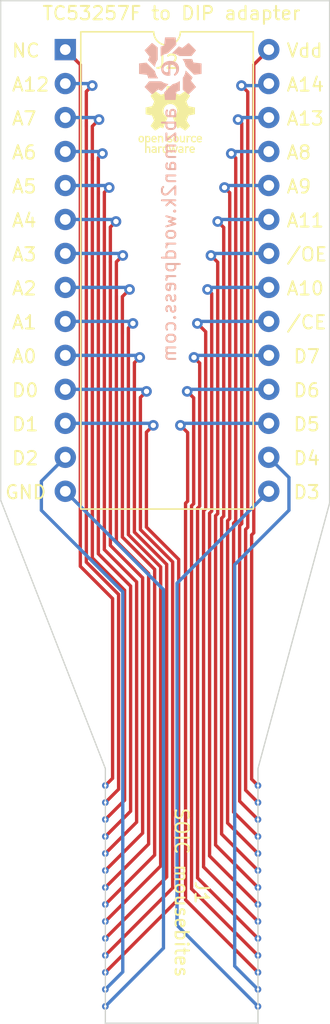
<source format=kicad_pcb>
(kicad_pcb (version 20221018) (generator pcbnew)
  (layers (0 "F.Cu" signal) (31 "B.Cu" signal) (34 "B.Paste" user) (35 "F.Paste" user) (36 "B.SilkS" user "B.Silkscreen") (37 "F.SilkS" user "F.Silkscreen") (38 "B.Mask" user) (39 "F.Mask" user) (44 "Edge.Cuts" user))
  (net 0 "")
  (net 1 "NC")
  (net 2 "A12")
  (net 3 "A7")
  (net 4 "A6")
  (net 5 "A5")
  (net 6 "A4")
  (net 7 "A3")
  (net 8 "A2")
  (net 9 "A1")
  (net 10 "A0")
  (net 11 "D0")
  (net 12 "D1")
  (net 13 "D2")
  (net 14 "GND")
  (net 15 "D3")
  (net 16 "D4")
  (net 17 "D5")
  (net 18 "D6")
  (net 19 "D7")
  (net 20 "{slash}CE")
  (net 21 "A10")
  (net 22 "{slash}OE")
  (net 23 "A11")
  (net 24 "A9")
  (net 25 "A8")
  (net 26 "A13")
  (net 27 "A14")
  (net 28 "Vdd")
  (footprint "Evan's parts:OSHW gear" (layer "F.Cu") (at 149.86 45.212)
    (fp_text reference "G***" hide)
    (fp_text value "LOGO" hide)
  )
  (footprint "Evan's parts:mousebites TC53257F" (layer "F.Cu") (at 145 95)
    (fp_text reference "J1" (at 7.215 8.001 -90 unlocked) (layer "F.SilkS"))
    (fp_text value "SOIC mousebites" (at 5.715 8.001 -90 unlocked) (layer "F.SilkS"))
    (fp_line (start 11.43 17.78) (end 0 17.78) (stroke (width 0.12)) (layer "Edge.Cuts"))
    (pad "1" thru_hole circle (at 0 0) (size 0.5 0.5) (drill 0.2) (layers "*.Cu" "*.Mask") (net 1 "NC"))
    (pad "2" thru_hole circle (at 0 1.27) (size 0.5 0.5) (drill 0.2) (layers "*.Cu" "*.Mask") (net 2 "A12"))
    (pad "3" thru_hole circle (at 0 2.54) (size 0.5 0.5) (drill 0.2) (layers "*.Cu" "*.Mask") (net 3 "A7"))
    (pad "4" thru_hole circle (at 0 3.81) (size 0.5 0.5) (drill 0.2) (layers "*.Cu" "*.Mask") (net 4 "A6"))
    (pad "5" thru_hole circle (at 0 5.08) (size 0.5 0.5) (drill 0.2) (layers "*.Cu" "*.Mask") (net 5 "A5"))
    (pad "6" thru_hole circle (at 0 6.35) (size 0.5 0.5) (drill 0.2) (layers "*.Cu" "*.Mask") (net 6 "A4"))
    (pad "7" thru_hole circle (at 0 7.62) (size 0.5 0.5) (drill 0.2) (layers "*.Cu" "*.Mask") (net 7 "A3"))
    (pad "8" thru_hole circle (at 0 8.89) (size 0.5 0.5) (drill 0.2) (layers "*.Cu" "*.Mask") (net 8 "A2"))
    (pad "9" thru_hole circle (at 0 10.16) (size 0.5 0.5) (drill 0.2) (layers "*.Cu" "*.Mask") (net 9 "A1"))
    (pad "10" thru_hole circle (at 0 11.43) (size 0.5 0.5) (drill 0.2) (layers "*.Cu" "*.Mask") (net 10 "A0"))
    (pad "11" thru_hole circle (at 0 12.7) (size 0.5 0.5) (drill 0.2) (layers "*.Cu" "*.Mask") (net 11 "D0"))
    (pad "12" thru_hole circle (at 0 13.97) (size 0.5 0.5) (drill 0.2) (layers "*.Cu" "*.Mask") (net 12 "D1"))
    (pad "13" thru_hole circle (at 0 15.24) (size 0.5 0.5) (drill 0.2) (layers "*.Cu" "*.Mask") (net 13 "D2"))
    (pad "14" thru_hole circle (at 0 16.51) (size 0.5 0.5) (drill 0.2) (layers "*.Cu" "*.Mask") (net 14 "GND"))
    (pad "15" thru_hole circle (at 11.43 16.51) (size 0.5 0.5) (drill 0.2) (layers "*.Cu" "*.Mask") (net 15 "D3"))
    (pad "16" thru_hole circle (at 11.43 15.24) (size 0.5 0.5) (drill 0.2) (layers "*.Cu" "*.Mask") (net 16 "D4"))
    (pad "17" thru_hole circle (at 11.43 13.97) (size 0.5 0.5) (drill 0.2) (layers "*.Cu" "*.Mask") (net 17 "D5"))
    (pad "18" thru_hole circle (at 11.43 12.7) (size 0.5 0.5) (drill 0.2) (layers "*.Cu" "*.Mask") (net 18 "D6"))
    (pad "19" thru_hole circle (at 11.43 11.43) (size 0.5 0.5) (drill 0.2) (layers "*.Cu" "*.Mask") (net 19 "D7"))
    (pad "20" thru_hole circle (at 11.43 10.16) (size 0.5 0.5) (drill 0.2) (layers "*.Cu" "*.Mask") (net 20 "{slash}CE"))
    (pad "21" thru_hole circle (at 11.43 8.89) (size 0.5 0.5) (drill 0.2) (layers "*.Cu" "*.Mask") (net 21 "A10"))
    (pad "22" thru_hole circle (at 11.43 7.62) (size 0.5 0.5) (drill 0.2) (layers "*.Cu" "*.Mask") (net 22 "{slash}OE"))
    (pad "23" thru_hole circle (at 11.43 6.35) (size 0.5 0.5) (drill 0.2) (layers "*.Cu" "*.Mask") (net 23 "A11"))
    (pad "24" thru_hole circle (at 11.43 5.08) (size 0.5 0.5) (drill 0.2) (layers "*.Cu" "*.Mask") (net 24 "A9"))
    (pad "25" thru_hole circle (at 11.43 3.81) (size 0.5 0.5) (drill 0.2) (layers "*.Cu" "*.Mask") (net 25 "A8"))
    (pad "26" thru_hole circle (at 11.43 2.54) (size 0.5 0.5) (drill 0.2) (layers "*.Cu" "*.Mask") (net 26 "A13"))
    (pad "27" thru_hole circle (at 11.43 1.27) (size 0.5 0.5) (drill 0.2) (layers "*.Cu" "*.Mask") (net 27 "A14"))
    (pad "28" thru_hole circle (at 11.43 0) (size 0.5 0.5) (drill 0.2) (layers "*.Cu" "*.Mask") (net 28 "Vdd"))
  )
  (footprint "Package_DIP:DIP-28_W15.24mm" (layer "F.Cu") (at 142 39.98)
    (fp_text reference "J2" (at 7.606 0.914) (layer "F.SilkS"))
    (fp_text value "DIP")
    (pad "1" thru_hole rect (at 0 0) (size 1.6 1.6) (drill 0.8) (layers "*.Cu" "*.Mask") (net 1 "NC"))
    (pad "2" thru_hole oval (at 0 2.54) (size 1.6 1.6) (drill 0.8) (layers "*.Cu" "*.Mask") (net 2 "A12"))
    (pad "3" thru_hole oval (at 0 5.08) (size 1.6 1.6) (drill 0.8) (layers "*.Cu" "*.Mask") (net 3 "A7"))
    (pad "4" thru_hole oval (at 0 7.62) (size 1.6 1.6) (drill 0.8) (layers "*.Cu" "*.Mask") (net 4 "A6"))
    (pad "5" thru_hole oval (at 0 10.16) (size 1.6 1.6) (drill 0.8) (layers "*.Cu" "*.Mask") (net 5 "A5"))
    (pad "6" thru_hole oval (at 0 12.7) (size 1.6 1.6) (drill 0.8) (layers "*.Cu" "*.Mask") (net 6 "A4"))
    (pad "7" thru_hole oval (at 0 15.24) (size 1.6 1.6) (drill 0.8) (layers "*.Cu" "*.Mask") (net 7 "A3"))
    (pad "8" thru_hole oval (at 0 17.78) (size 1.6 1.6) (drill 0.8) (layers "*.Cu" "*.Mask") (net 8 "A2"))
    (pad "9" thru_hole oval (at 0 20.32) (size 1.6 1.6) (drill 0.8) (layers "*.Cu" "*.Mask") (net 9 "A1"))
    (pad "10" thru_hole oval (at 0 22.86) (size 1.6 1.6) (drill 0.8) (layers "*.Cu" "*.Mask") (net 10 "A0"))
    (pad "11" thru_hole oval (at 0 25.4) (size 1.6 1.6) (drill 0.8) (layers "*.Cu" "*.Mask") (net 11 "D0"))
    (pad "12" thru_hole oval (at 0 27.94) (size 1.6 1.6) (drill 0.8) (layers "*.Cu" "*.Mask") (net 12 "D1"))
    (pad "13" thru_hole oval (at 0 30.48) (size 1.6 1.6) (drill 0.8) (layers "*.Cu" "*.Mask") (net 13 "D2"))
    (pad "14" thru_hole oval (at 0 33.02) (size 1.6 1.6) (drill 0.8) (layers "*.Cu" "*.Mask") (net 14 "GND"))
    (pad "15" thru_hole oval (at 15.24 33.02) (size 1.6 1.6) (drill 0.8) (layers "*.Cu" "*.Mask") (net 15 "D3"))
    (pad "16" thru_hole oval (at 15.24 30.48) (size 1.6 1.6) (drill 0.8) (layers "*.Cu" "*.Mask") (net 16 "D4"))
    (pad "17" thru_hole oval (at 15.24 27.94) (size 1.6 1.6) (drill 0.8) (layers "*.Cu" "*.Mask") (net 17 "D5"))
    (pad "18" thru_hole oval (at 15.24 25.4) (size 1.6 1.6) (drill 0.8) (layers "*.Cu" "*.Mask") (net 18 "D6"))
    (pad "19" thru_hole oval (at 15.24 22.86) (size 1.6 1.6) (drill 0.8) (layers "*.Cu" "*.Mask") (net 19 "D7"))
    (pad "20" thru_hole oval (at 15.24 20.32) (size 1.6 1.6) (drill 0.8) (layers "*.Cu" "*.Mask") (net 20 "{slash}CE"))
    (pad "21" thru_hole oval (at 15.24 17.78) (size 1.6 1.6) (drill 0.8) (layers "*.Cu" "*.Mask") (net 21 "A10"))
    (pad "22" thru_hole oval (at 15.24 15.24) (size 1.6 1.6) (drill 0.8) (layers "*.Cu" "*.Mask") (net 22 "{slash}OE"))
    (pad "23" thru_hole oval (at 15.24 12.7) (size 1.6 1.6) (drill 0.8) (layers "*.Cu" "*.Mask") (net 23 "A11"))
    (pad "24" thru_hole oval (at 15.24 10.16) (size 1.6 1.6) (drill 0.8) (layers "*.Cu" "*.Mask") (net 24 "A9"))
    (pad "25" thru_hole oval (at 15.24 7.62) (size 1.6 1.6) (drill 0.8) (layers "*.Cu" "*.Mask") (net 25 "A8"))
    (pad "26" thru_hole oval (at 15.24 5.08) (size 1.6 1.6) (drill 0.8) (layers "*.Cu" "*.Mask") (net 26 "A13"))
    (pad "27" thru_hole oval (at 15.24 2.54) (size 1.6 1.6) (drill 0.8) (layers "*.Cu" "*.Mask") (net 27 "A14"))
    (pad "28" thru_hole oval (at 15.24 0) (size 1.6 1.6) (drill 0.8) (layers "*.Cu" "*.Mask") (net 28 "Vdd"))
  )
  (footprint "Evan's parts:Evan Logo" (layer "B.Cu") (at 149.86 41.402 -90)
    (fp_text reference "G***" hide)
    (fp_text value "LOGO" hide)
  )
  (gr_line (start 161.798 73.864) (end 156.43 93.73) (stroke (width 0.1)) (layer "Edge.Cuts"))
  (gr_line (start 161.798 36.322) (end 137.16 36.322) (stroke (width 0.1)) (layer "Edge.Cuts"))
  (gr_line (start 137.16 36.322) (end 137.16 73.66) (stroke (width 0.1)) (layer "Edge.Cuts"))
  (gr_line (start 161.798 36.322) (end 161.798 73.864) (stroke (width 0.1)) (layer "Edge.Cuts"))
  (gr_line (start 137.16 73.66) (end 145 93.73) (stroke (width 0.1)) (layer "Edge.Cuts"))
  (gr_line (start 156.43 112.78) (end 156.43 93.73) (stroke (width 0.1)) (layer "Edge.Cuts"))
  (gr_line (start 145 93.73) (end 145 112.78) (stroke (width 0.1)) (layer "Edge.Cuts"))
  (gr_text "abzman2k.wordpress.com" (at 150.368 44.196 90) (layer "B.SilkS") (effects (font (size 1 1)) (justify left bottom mirror)))
  (gr_text "GND" (at 137.414 73.66) (layer "F.SilkS") (effects (font (size 1 1)) (justify left bottom)))
  (gr_text "A10" (at 158.496 58.42) (layer "F.SilkS") (effects (font (size 1 1)) (justify left bottom)))
  (gr_text "TC53257F to DIP adapter" (at 140.208 37.846) (layer "F.SilkS") (effects (font (size 1 1)) (justify left bottom)))
  (gr_text "A12" (at 137.922 43.18) (layer "F.SilkS") (effects (font (size 1 1)) (justify left bottom)))
  (gr_text "D1" (at 137.922 68.58) (layer "F.SilkS") (effects (font (size 1 1)) (justify left bottom)))
  (gr_text "D0" (at 137.922 66.04) (layer "F.SilkS") (effects (font (size 1 1)) (justify left bottom)))
  (gr_text "/OE" (at 158.496 55.88) (layer "F.SilkS") (effects (font (size 1 1)) (justify left bottom)))
  (gr_text "A5" (at 137.922 50.8) (layer "F.SilkS") (effects (font (size 1 1)) (justify left bottom)))
  (gr_text "D7" (at 159.004 63.5) (layer "F.SilkS") (effects (font (size 1 1)) (justify left bottom)))
  (gr_text "A1" (at 137.922 60.96) (layer "F.SilkS") (effects (font (size 1 1)) (justify left bottom)))
  (gr_text "D6" (at 159.004 66.04) (layer "F.SilkS") (effects (font (size 1 1)) (justify left bottom)))
  (gr_text "Vdd" (at 158.496 40.64) (layer "F.SilkS") (effects (font (size 1 1)) (justify left bottom)))
  (gr_text "A14" (at 158.496 43.18) (layer "F.SilkS") (effects (font (size 1 1)) (justify left bottom)))
  (gr_text "A6" (at 137.922 48.26) (layer "F.SilkS") (effects (font (size 1 1)) (justify left bottom)))
  (gr_text "NC" (at 137.922 40.64) (layer "F.SilkS") (effects (font (size 1 1)) (justify left bottom)))
  (gr_text "A7" (at 137.922 45.72) (layer "F.SilkS") (effects (font (size 1 1)) (justify left bottom)))
  (gr_text "A2" (at 137.922 58.42) (layer "F.SilkS") (effects (font (size 1 1)) (justify left bottom)))
  (gr_text "D5" (at 159.004 68.58) (layer "F.SilkS") (effects (font (size 1 1)) (justify left bottom)))
  (gr_text "A9" (at 158.496 50.8) (layer "F.SilkS") (effects (font (size 1 1)) (justify left bottom)))
  (gr_text "A13" (at 158.496 45.72) (layer "F.SilkS") (effects (font (size 1 1)) (justify left bottom)))
  (gr_text "A3" (at 137.922 55.88) (layer "F.SilkS") (effects (font (size 1 1)) (justify left bottom)))
  (gr_text "D4" (at 159.004 71.12) (layer "F.SilkS") (effects (font (size 1 1)) (justify left bottom)))
  (gr_text "D2" (at 137.922 71.12) (layer "F.SilkS") (effects (font (size 1 1)) (justify left bottom)))
  (gr_text "A8" (at 158.496 48.26) (layer "F.SilkS") (effects (font (size 1 1)) (justify left bottom)))
  (gr_text "D3" (at 159.004 73.66) (layer "F.SilkS") (effects (font (size 1 1)) (justify left bottom)))
  (gr_text "A4" (at 137.922 53.34) (layer "F.SilkS") (effects (font (size 1 1)) (justify left bottom)))
  (gr_text "/CE" (at 158.496 60.96) (layer "F.SilkS") (effects (font (size 1 1)) (justify left bottom)))
  (gr_text "A0" (at 137.922 63.5) (layer "F.SilkS") (effects (font (size 1 1)) (justify left bottom)))
  (gr_text "A11" (at 158.496 53.34) (layer "F.SilkS") (effects (font (size 1 1)) (justify left bottom)))
  (segment (start 143.125 78.609) (end 143.125 41.105) (width 0.25) (layer "F.Cu") (net 1))
  (segment (start 145.542 81.026) (end 143.125 78.609) (width 0.25) (layer "F.Cu") (net 1))
  (segment (start 145 95) (end 145.542 94.458) (width 0.25) (layer "F.Cu") (net 1))
  (segment (start 145.542 94.458) (end 145.542 81.026) (width 0.25) (layer "F.Cu") (net 1))
  (segment (start 143.125 41.105) (end 142 39.98) (width 0.25) (layer "F.Cu") (net 1))
  (segment (start 143.575 43.115) (end 143.575 45.72) (width 0.25) (layer "F.Cu") (net 2))
  (segment (start 143.575 78.297) (end 143.575 45.72) (width 0.25) (layer "F.Cu") (net 2))
  (segment (start 145.992 95.278) (end 145.992 80.714) (width 0.25) (layer "F.Cu") (net 2))
  (segment (start 145 96.27) (end 145.992 95.278) (width 0.25) (layer "F.Cu") (net 2))
  (segment (start 145.992 80.714) (end 143.575 78.297) (width 0.25) (layer "F.Cu") (net 2))
  (segment (start 143.575 45.401) (end 143.575 45.72) (width 0.25) (layer "F.Cu") (net 2))
  (segment (start 144.018 42.672) (end 143.575 43.115) (width 0.25) (layer "F.Cu") (net 2))
  (via (at 144.018 42.672) (size 0.8) (drill 0.4) (layers "F.Cu" "B.Cu") (net 2))
  (segment (start 142 42.52) (end 143.866 42.52) (width 0.25) (layer "B.Cu") (net 2))
  (segment (start 144.018 42.672) (end 144.17 42.52) (width 0.25) (layer "B.Cu") (net 2))
  (segment (start 143.866 42.52) (end 144.018 42.672) (width 0.25) (layer "B.Cu") (net 2))
  (segment (start 146.442 96.098) (end 146.442 80.402) (width 0.25) (layer "F.Cu") (net 3))
  (segment (start 144.025 45.713) (end 144.025 48.26) (width 0.25) (layer "F.Cu") (net 3))
  (segment (start 145 97.54) (end 146.442 96.098) (width 0.25) (layer "F.Cu") (net 3))
  (segment (start 144.526 45.212) (end 144.025 45.713) (width 0.25) (layer "F.Cu") (net 3))
  (segment (start 146.442 80.402) (end 144.025 77.985) (width 0.25) (layer "F.Cu") (net 3))
  (segment (start 144.025 77.985) (end 144.025 48.26) (width 0.25) (layer "F.Cu") (net 3))
  (segment (start 144.025 47.999) (end 144.025 48.26) (width 0.25) (layer "F.Cu") (net 3))
  (via (at 144.526 45.212) (size 0.8) (drill 0.4) (layers "F.Cu" "B.Cu") (net 3))
  (segment (start 142 45.06) (end 144.374 45.06) (width 0.25) (layer "B.Cu") (net 3))
  (segment (start 144.526 45.212) (end 144.678 45.06) (width 0.25) (layer "B.Cu") (net 3))
  (segment (start 144.374 45.06) (end 144.526 45.212) (width 0.25) (layer "B.Cu") (net 3))
  (segment (start 144.475 50.8) (end 144.475 48.057) (width 0.25) (layer "F.Cu") (net 4))
  (segment (start 146.892 96.918) (end 146.892 80.09) (width 0.25) (layer "F.Cu") (net 4))
  (segment (start 144.475 50.597) (end 144.475 50.8) (width 0.25) (layer "F.Cu") (net 4))
  (segment (start 144.475 48.057) (end 144.78 47.752) (width 0.25) (layer "F.Cu") (net 4))
  (segment (start 145 98.81) (end 146.892 96.918) (width 0.25) (layer "F.Cu") (net 4))
  (segment (start 144.475 77.673) (end 144.475 50.8) (width 0.25) (layer "F.Cu") (net 4))
  (segment (start 146.892 80.09) (end 144.475 77.673) (width 0.25) (layer "F.Cu") (net 4))
  (via (at 144.78 47.752) (size 0.8) (drill 0.4) (layers "F.Cu" "B.Cu") (net 4))
  (segment (start 144.628 47.6) (end 144.78 47.752) (width 0.25) (layer "B.Cu") (net 4))
  (segment (start 144.78 47.752) (end 144.932 47.6) (width 0.25) (layer "B.Cu") (net 4))
  (segment (start 142 47.6) (end 144.628 47.6) (width 0.25) (layer "B.Cu") (net 4))
  (segment (start 144.925 77.361) (end 144.925 50.655) (width 0.25) (layer "F.Cu") (net 5))
  (segment (start 144.925 50.655) (end 145.288 50.292) (width 0.25) (layer "F.Cu") (net 5))
  (segment (start 145 100.08) (end 147.342 97.738) (width 0.25) (layer "F.Cu") (net 5))
  (segment (start 147.342 79.778) (end 144.925 77.361) (width 0.25) (layer "F.Cu") (net 5))
  (segment (start 147.342 97.738) (end 147.342 79.778) (width 0.25) (layer "F.Cu") (net 5))
  (via (at 145.288 50.292) (size 0.8) (drill 0.4) (layers "F.Cu" "B.Cu") (net 5))
  (segment (start 142 50.14) (end 145.136 50.14) (width 0.25) (layer "B.Cu") (net 5))
  (segment (start 145.288 50.292) (end 145.44 50.14) (width 0.25) (layer "B.Cu") (net 5))
  (segment (start 145.136 50.14) (end 145.288 50.292) (width 0.25) (layer "B.Cu") (net 5))
  (segment (start 147.792 98.558) (end 147.792 79.466) (width 0.25) (layer "F.Cu") (net 6))
  (segment (start 145 101.35) (end 147.792 98.558) (width 0.25) (layer "F.Cu") (net 6))
  (segment (start 145.375 53.253) (end 145.796 52.832) (width 0.25) (layer "F.Cu") (net 6))
  (segment (start 145.375 55.88) (end 145.375 53.253) (width 0.25) (layer "F.Cu") (net 6))
  (segment (start 145.375 77.049) (end 145.375 55.88) (width 0.25) (layer "F.Cu") (net 6))
  (segment (start 147.792 79.466) (end 145.375 77.049) (width 0.25) (layer "F.Cu") (net 6))
  (segment (start 145.375 55.793) (end 145.375 55.88) (width 0.25) (layer "F.Cu") (net 6))
  (via (at 145.796 52.832) (size 0.8) (drill 0.4) (layers "F.Cu" "B.Cu") (net 6))
  (segment (start 145.796 52.832) (end 145.948 52.68) (width 0.25) (layer "B.Cu") (net 6))
  (segment (start 142 52.68) (end 145.644 52.68) (width 0.25) (layer "B.Cu") (net 6))
  (segment (start 145.644 52.68) (end 145.796 52.832) (width 0.25) (layer "B.Cu") (net 6))
  (segment (start 145.825 55.851) (end 146.304 55.372) (width 0.25) (layer "F.Cu") (net 7))
  (segment (start 148.242 79.154) (end 145.825 76.737) (width 0.25) (layer "F.Cu") (net 7))
  (segment (start 145.825 58.391) (end 145.825 58.674) (width 0.25) (layer "F.Cu") (net 7))
  (segment (start 145 102.62) (end 148.242 99.378) (width 0.25) (layer "F.Cu") (net 7))
  (segment (start 145.825 76.737) (end 145.825 58.674) (width 0.25) (layer "F.Cu") (net 7))
  (segment (start 148.242 99.378) (end 148.242 79.154) (width 0.25) (layer "F.Cu") (net 7))
  (segment (start 145.825 58.674) (end 145.825 55.851) (width 0.25) (layer "F.Cu") (net 7))
  (via (at 146.304 55.372) (size 0.8) (drill 0.4) (layers "F.Cu" "B.Cu") (net 7))
  (segment (start 146.304 55.372) (end 146.456 55.22) (width 0.25) (layer "B.Cu") (net 7))
  (segment (start 146.152 55.22) (end 146.304 55.372) (width 0.25) (layer "B.Cu") (net 7))
  (segment (start 142 55.22) (end 146.152 55.22) (width 0.25) (layer "B.Cu") (net 7))
  (segment (start 145 103.89) (end 148.692 100.198) (width 0.25) (layer "F.Cu") (net 8))
  (segment (start 146.275 58.449) (end 146.812 57.912) (width 0.25) (layer "F.Cu") (net 8))
  (segment (start 146.275 60.989) (end 146.275 61.214) (width 0.25) (layer "F.Cu") (net 8))
  (segment (start 146.275 61.214) (end 146.275 58.449) (width 0.25) (layer "F.Cu") (net 8))
  (segment (start 148.692 78.842) (end 146.275 76.425) (width 0.25) (layer "F.Cu") (net 8))
  (segment (start 148.692 100.198) (end 148.692 78.842) (width 0.25) (layer "F.Cu") (net 8))
  (segment (start 146.275 76.425) (end 146.275 61.214) (width 0.25) (layer "F.Cu") (net 8))
  (via (at 146.812 57.912) (size 0.8) (drill 0.4) (layers "F.Cu" "B.Cu") (net 8))
  (segment (start 142 57.76) (end 146.66 57.76) (width 0.25) (layer "B.Cu") (net 8))
  (segment (start 146.66 57.76) (end 146.812 57.912) (width 0.25) (layer "B.Cu") (net 8))
  (segment (start 146.812 57.912) (end 146.964 57.76) (width 0.25) (layer "B.Cu") (net 8))
  (segment (start 149.142 101.018) (end 149.142 78.655604) (width 0.25) (layer "F.Cu") (net 9))
  (segment (start 145 105.16) (end 149.142 101.018) (width 0.25) (layer "F.Cu") (net 9))
  (segment (start 149.142 78.655604) (end 146.725 76.238604) (width 0.25) (layer "F.Cu") (net 9))
  (segment (start 146.725 60.793) (end 147.066 60.452) (width 0.25) (layer "F.Cu") (net 9))
  (segment (start 146.725 76.238604) (end 146.725 60.793) (width 0.25) (layer "F.Cu") (net 9))
  (via (at 147.066 60.452) (size 0.8) (drill 0.4) (layers "F.Cu" "B.Cu") (net 9))
  (segment (start 142 60.3) (end 146.914 60.3) (width 0.25) (layer "B.Cu") (net 9))
  (segment (start 146.914 60.3) (end 147.066 60.452) (width 0.25) (layer "B.Cu") (net 9))
  (segment (start 145 106.43) (end 149.592 101.838) (width 0.25) (layer "F.Cu") (net 10))
  (segment (start 147.175 63.391) (end 147.574 62.992) (width 0.25) (layer "F.Cu") (net 10))
  (segment (start 147.175 76.052208) (end 147.175 63.391) (width 0.25) (layer "F.Cu") (net 10))
  (segment (start 149.592 101.838) (end 149.592 78.469208) (width 0.25) (layer "F.Cu") (net 10))
  (segment (start 149.592 78.469208) (end 147.175 76.052208) (width 0.25) (layer "F.Cu") (net 10))
  (via (at 147.574 62.992) (size 0.8) (drill 0.4) (layers "F.Cu" "B.Cu") (net 10))
  (segment (start 142 62.84) (end 147.422 62.84) (width 0.25) (layer "B.Cu") (net 10))
  (segment (start 147.422 62.84) (end 147.574 62.992) (width 0.25) (layer "B.Cu") (net 10))
  (segment (start 147.625 65.989) (end 148.082 65.532) (width 0.25) (layer "F.Cu") (net 11))
  (segment (start 150.042 102.658) (end 150.042 78.282812) (width 0.25) (layer "F.Cu") (net 11))
  (segment (start 150.042 78.282812) (end 147.625 75.865812) (width 0.25) (layer "F.Cu") (net 11))
  (segment (start 147.625 75.865812) (end 147.625 65.989) (width 0.25) (layer "F.Cu") (net 11))
  (segment (start 145 107.7) (end 150.042 102.658) (width 0.25) (layer "F.Cu") (net 11))
  (via (at 148.082 65.532) (size 0.8) (drill 0.4) (layers "F.Cu" "B.Cu") (net 11))
  (segment (start 142 65.38) (end 147.93 65.38) (width 0.25) (layer "B.Cu") (net 11))
  (segment (start 147.93 65.38) (end 148.082 65.532) (width 0.25) (layer "B.Cu") (net 11))
  (segment (start 148.075 75.679416) (end 148.075 68.587) (width 0.25) (layer "F.Cu") (net 12))
  (segment (start 150.492 103.478) (end 150.492 78.096416) (width 0.25) (layer "F.Cu") (net 12))
  (segment (start 145 108.97) (end 150.492 103.478) (width 0.25) (layer "F.Cu") (net 12))
  (segment (start 150.492 78.096416) (end 148.075 75.679416) (width 0.25) (layer "F.Cu") (net 12))
  (segment (start 148.075 68.587) (end 148.59 68.072) (width 0.25) (layer "F.Cu") (net 12))
  (via (at 148.59 68.072) (size 0.8) (drill 0.4) (layers "F.Cu" "B.Cu") (net 12))
  (segment (start 148.59 68.072) (end 148.438 67.92) (width 0.25) (layer "B.Cu") (net 12))
  (segment (start 148.438 67.92) (end 142 67.92) (width 0.25) (layer "B.Cu") (net 12))
  (segment (start 142 70.46) (end 140.208 72.252) (width 0.25) (layer "B.Cu") (net 13))
  (segment (start 140.208 74.422) (end 146.304 80.518) (width 0.25) (layer "B.Cu") (net 13))
  (segment (start 140.208 72.252) (end 140.208 74.422) (width 0.25) (layer "B.Cu") (net 13))
  (segment (start 146.304 80.518) (end 146.304 108.936) (width 0.25) (layer "B.Cu") (net 13))
  (segment (start 146.304 108.936) (end 145 110.24) (width 0.25) (layer "B.Cu") (net 13))
  (segment (start 149.352 107.158) (end 145 111.51) (width 0.25) (layer "B.Cu") (net 14))
  (segment (start 142 73) (end 149.352 80.352) (width 0.25) (layer "B.Cu") (net 14))
  (segment (start 149.352 80.352) (end 149.352 107.158) (width 0.25) (layer "B.Cu") (net 14))
  (segment (start 150.368 105.448) (end 150.368 79.872) (width 0.25) (layer "B.Cu") (net 15))
  (segment (start 150.368 79.872) (end 157.24 73) (width 0.25) (layer "B.Cu") (net 15))
  (segment (start 156.43 111.51) (end 150.368 105.448) (width 0.25) (layer "B.Cu") (net 15))
  (segment (start 154.686 108.496) (end 156.43 110.24) (width 0.25) (layer "B.Cu") (net 16))
  (segment (start 157.24 70.46) (end 158.75 71.97) (width 0.25) (layer "B.Cu") (net 16))
  (segment (start 158.75 71.97) (end 158.75 74.422) (width 0.25) (layer "B.Cu") (net 16))
  (segment (start 154.686 78.486) (end 154.686 108.496) (width 0.25) (layer "B.Cu") (net 16))
  (segment (start 158.75 74.422) (end 154.686 78.486) (width 0.25) (layer "B.Cu") (net 16))
  (segment (start 151.006 73.898436) (end 151.165 73.739436) (width 0.25) (layer "F.Cu") (net 17))
  (segment (start 156.43 108.97) (end 151.006 103.546) (width 0.25) (layer "F.Cu") (net 17))
  (segment (start 151.165 73.739436) (end 151.165 68.615) (width 0.25) (layer "F.Cu") (net 17))
  (segment (start 151.006 103.546) (end 151.006 73.898436) (width 0.25) (layer "F.Cu") (net 17))
  (segment (start 151.165 68.615) (end 150.622 68.072) (width 0.25) (layer "F.Cu") (net 17))
  (via (at 150.622 68.072) (size 0.8) (drill 0.4) (layers "F.Cu" "B.Cu") (net 17))
  (segment (start 150.622 68.072) (end 150.774 67.92) (width 0.25) (layer "B.Cu") (net 17))
  (segment (start 150.774 67.92) (end 157.24 67.92) (width 0.25) (layer "B.Cu") (net 17))
  (segment (start 151.456 74.084832) (end 151.615 73.925832) (width 0.25) (layer "F.Cu") (net 18))
  (segment (start 151.615 66.017) (end 151.13 65.532) (width 0.25) (layer "F.Cu") (net 18))
  (segment (start 151.615 73.925832) (end 151.615 66.017) (width 0.25) (layer "F.Cu") (net 18))
  (segment (start 156.43 107.7) (end 151.456 102.726) (width 0.25) (layer "F.Cu") (net 18))
  (segment (start 151.456 102.726) (end 151.456 74.084832) (width 0.25) (layer "F.Cu") (net 18))
  (via (at 151.13 65.532) (size 0.8) (drill 0.4) (layers "F.Cu" "B.Cu") (net 18))
  (segment (start 151.282 65.38) (end 151.13 65.532) (width 0.25) (layer "B.Cu") (net 18))
  (segment (start 157.24 65.38) (end 151.282 65.38) (width 0.25) (layer "B.Cu") (net 18))
  (segment (start 156.43 106.43) (end 151.906 101.906) (width 0.25) (layer "F.Cu") (net 19))
  (segment (start 151.906 74.271228) (end 152.065 74.112228) (width 0.25) (layer "F.Cu") (net 19))
  (segment (start 152.065 74.112228) (end 152.065 63.419) (width 0.25) (layer "F.Cu") (net 19))
  (segment (start 151.906 101.906) (end 151.906 74.271228) (width 0.25) (layer "F.Cu") (net 19))
  (segment (start 152.065 63.419) (end 151.638 62.992) (width 0.25) (layer "F.Cu") (net 19))
  (via (at 151.638 62.992) (size 0.8) (drill 0.4) (layers "F.Cu" "B.Cu") (net 19))
  (segment (start 151.638 62.992) (end 151.79 62.84) (width 0.25) (layer "B.Cu") (net 19))
  (segment (start 151.79 62.84) (end 157.24 62.84) (width 0.25) (layer "B.Cu") (net 19))
  (segment (start 152.356 101.086) (end 152.356 74.457624) (width 0.25) (layer "F.Cu") (net 20))
  (segment (start 152.515 61.075) (end 151.892 60.452) (width 0.25) (layer "F.Cu") (net 20))
  (segment (start 152.356 74.457624) (end 152.515 74.298624) (width 0.25) (layer "F.Cu") (net 20))
  (segment (start 156.43 105.16) (end 152.356 101.086) (width 0.25) (layer "F.Cu") (net 20))
  (segment (start 152.515 74.298624) (end 152.515 61.075) (width 0.25) (layer "F.Cu") (net 20))
  (via (at 151.892 60.452) (size 0.8) (drill 0.4) (layers "F.Cu" "B.Cu") (net 20))
  (segment (start 151.892 60.452) (end 152.044 60.3) (width 0.25) (layer "B.Cu") (net 20))
  (segment (start 152.044 60.3) (end 157.24 60.3) (width 0.25) (layer "B.Cu") (net 20))
  (segment (start 152.965 74.48502) (end 152.965 58.223) (width 0.25) (layer "F.Cu") (net 21))
  (segment (start 156.43 103.89) (end 152.806 100.266) (width 0.25) (layer "F.Cu") (net 21))
  (segment (start 152.806 100.266) (end 152.806 74.64402) (width 0.25) (layer "F.Cu") (net 21))
  (segment (start 152.965 58.223) (end 152.654 57.912) (width 0.25) (layer "F.Cu") (net 21))
  (segment (start 152.806 74.64402) (end 152.965 74.48502) (width 0.25) (layer "F.Cu") (net 21))
  (via (at 152.654 57.912) (size 0.8) (drill 0.4) (layers "F.Cu" "B.Cu") (net 21))
  (segment (start 152.654 57.912) (end 152.806 57.76) (width 0.25) (layer "B.Cu") (net 21))
  (segment (start 152.806 57.76) (end 157.24 57.76) (width 0.25) (layer "B.Cu") (net 21))
  (segment (start 152.502 57.76) (end 152.654 57.912) (width 0.25) (layer "B.Cu") (net 21))
  (segment (start 153.256 99.446) (end 153.256 74.830416) (width 0.25) (layer "F.Cu") (net 22))
  (segment (start 153.256 74.830416) (end 153.415 74.671416) (width 0.25) (layer "F.Cu") (net 22))
  (segment (start 156.43 102.62) (end 153.256 99.446) (width 0.25) (layer "F.Cu") (net 22))
  (segment (start 153.415 55.879) (end 152.908 55.372) (width 0.25) (layer "F.Cu") (net 22))
  (segment (start 153.415 74.671416) (end 153.415 55.879) (width 0.25) (layer "F.Cu") (net 22))
  (via (at 152.908 55.372) (size 0.8) (drill 0.4) (layers "F.Cu" "B.Cu") (net 22))
  (segment (start 152.908 55.372) (end 153.06 55.22) (width 0.25) (layer "B.Cu") (net 22))
  (segment (start 152.756 55.22) (end 152.908 55.372) (width 0.25) (layer "B.Cu") (net 22))
  (segment (start 153.06 55.22) (end 157.24 55.22) (width 0.25) (layer "B.Cu") (net 22))
  (segment (start 153.865 53.281) (end 153.416 52.832) (width 0.25) (layer "F.Cu") (net 23))
  (segment (start 156.43 101.35) (end 153.706 98.626) (width 0.25) (layer "F.Cu") (net 23))
  (segment (start 153.706 75.016812) (end 153.865 74.857812) (width 0.25) (layer "F.Cu") (net 23))
  (segment (start 153.706 98.626) (end 153.706 75.016812) (width 0.25) (layer "F.Cu") (net 23))
  (segment (start 153.865 74.857812) (end 153.865 53.281) (width 0.25) (layer "F.Cu") (net 23))
  (via (at 153.416 52.832) (size 0.8) (drill 0.4) (layers "F.Cu" "B.Cu") (net 23))
  (segment (start 153.568 52.68) (end 157.24 52.68) (width 0.25) (layer "B.Cu") (net 23))
  (segment (start 153.416 52.832) (end 153.568 52.68) (width 0.25) (layer "B.Cu") (net 23))
  (segment (start 153.264 52.68) (end 153.416 52.832) (width 0.25) (layer "B.Cu") (net 23))
  (segment (start 154.315 50.683) (end 153.924 50.292) (width 0.25) (layer "F.Cu") (net 24))
  (segment (start 156.43 100.08) (end 154.156 97.806) (width 0.25) (layer "F.Cu") (net 24))
  (segment (start 154.156 75.203208) (end 154.315 75.044208) (width 0.25) (layer "F.Cu") (net 24))
  (segment (start 154.315 75.044208) (end 154.315 50.683) (width 0.25) (layer "F.Cu") (net 24))
  (segment (start 154.156 97.806) (end 154.156 75.203208) (width 0.25) (layer "F.Cu") (net 24))
  (via (at 153.924 50.292) (size 0.8) (drill 0.4) (layers "F.Cu" "B.Cu") (net 24))
  (segment (start 153.924 50.292) (end 154.076 50.14) (width 0.25) (layer "B.Cu") (net 24))
  (segment (start 154.076 50.14) (end 157.24 50.14) (width 0.25) (layer "B.Cu") (net 24))
  (segment (start 153.772 50.14) (end 153.924 50.292) (width 0.25) (layer "B.Cu") (net 24))
  (segment (start 154.606 96.986) (end 154.606 75.389604) (width 0.25) (layer "F.Cu") (net 25))
  (segment (start 154.765 48.085) (end 154.432 47.752) (width 0.25) (layer "F.Cu") (net 25))
  (segment (start 154.606 75.389604) (end 154.765 75.230604) (width 0.25) (layer "F.Cu") (net 25))
  (segment (start 156.43 98.81) (end 154.606 96.986) (width 0.25) (layer "F.Cu") (net 25))
  (segment (start 154.765 75.230604) (end 154.765 48.085) (width 0.25) (layer "F.Cu") (net 25))
  (via (at 154.432 47.752) (size 0.8) (drill 0.4) (layers "F.Cu" "B.Cu") (net 25))
  (segment (start 154.584 47.6) (end 154.432 47.752) (width 0.25) (layer "B.Cu") (net 25))
  (segment (start 157.24 47.6) (end 154.584 47.6) (width 0.25) (layer "B.Cu") (net 25))
  (segment (start 154.432 47.752) (end 154.28 47.6) (width 0.25) (layer "B.Cu") (net 25))
  (segment (start 155.215 75.417) (end 155.215 45.487) (width 0.25) (layer "F.Cu") (net 26))
  (segment (start 155.056 75.576) (end 155.215 75.417) (width 0.25) (layer "F.Cu") (net 26))
  (segment (start 155.215 45.487) (end 154.94 45.212) (width 0.25) (layer "F.Cu") (net 26))
  (segment (start 155.056 96.166) (end 155.056 75.576) (width 0.25) (layer "F.Cu") (net 26))
  (segment (start 156.43 97.54) (end 155.056 96.166) (width 0.25) (layer "F.Cu") (net 26))
  (via (at 154.94 45.212) (size 0.8) (drill 0.4) (layers "F.Cu" "B.Cu") (net 26))
  (segment (start 155.092 45.06) (end 157.24 45.06) (width 0.25) (layer "B.Cu") (net 26))
  (segment (start 154.94 45.212) (end 155.092 45.06) (width 0.25) (layer "B.Cu") (net 26))
  (segment (start 154.788 45.06) (end 154.94 45.212) (width 0.25) (layer "B.Cu") (net 26))
  (segment (start 155.506 75.851) (end 155.665 75.692) (width 0.25) (layer "F.Cu") (net 27))
  (segment (start 155.665 75.692) (end 155.665 43.143) (width 0.25) (layer "F.Cu") (net 27))
  (segment (start 156.43 96.27) (end 155.506 95.346) (width 0.25) (layer "F.Cu") (net 27))
  (segment (start 155.665 43.143) (end 155.194 42.672) (width 0.25) (layer "F.Cu") (net 27))
  (segment (start 155.506 95.346) (end 155.506 75.851) (width 0.25) (layer "F.Cu") (net 27))
  (via (at 155.194 42.672) (size 0.8) (drill 0.4) (layers "F.Cu" "B.Cu") (net 27))
  (segment (start 155.194 42.672) (end 157.088 42.672) (width 0.25) (layer "B.Cu") (net 27))
  (segment (start 157.088 42.672) (end 157.24 42.52) (width 0.25) (layer "B.Cu") (net 27))
  (segment (start 155.956 94.526) (end 155.956 76.264) (width 0.25) (layer "F.Cu") (net 28))
  (segment (start 155.956 76.264) (end 156.115 76.105) (width 0.25) (layer "F.Cu") (net 28))
  (segment (start 156.115 76.105) (end 156.115 41.105) (width 0.25) (layer "F.Cu") (net 28))
  (segment (start 156.43 95) (end 155.956 94.526) (width 0.25) (layer "F.Cu") (net 28))
  (segment (start 156.115 41.105) (end 157.24 39.98) (width 0.25) (layer "F.Cu") (net 28))
)
</source>
